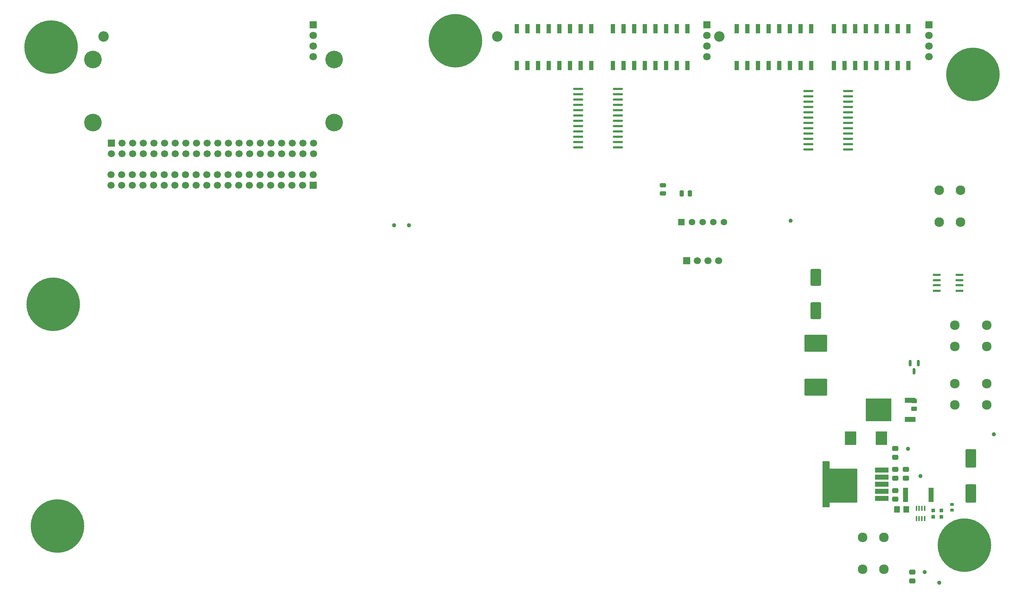
<source format=gbr>
%TF.GenerationSoftware,KiCad,Pcbnew,9.0.2*%
%TF.CreationDate,2025-06-06T12:43:53-05:00*%
%TF.ProjectId,MothBox,4d6f7468-426f-4782-9e6b-696361645f70,5.0.0*%
%TF.SameCoordinates,Original*%
%TF.FileFunction,Soldermask,Bot*%
%TF.FilePolarity,Negative*%
%FSLAX46Y46*%
G04 Gerber Fmt 4.6, Leading zero omitted, Abs format (unit mm)*
G04 Created by KiCad (PCBNEW 9.0.2) date 2025-06-06 12:43:53*
%MOMM*%
%LPD*%
G01*
G04 APERTURE LIST*
G04 Aperture macros list*
%AMRoundRect*
0 Rectangle with rounded corners*
0 $1 Rounding radius*
0 $2 $3 $4 $5 $6 $7 $8 $9 X,Y pos of 4 corners*
0 Add a 4 corners polygon primitive as box body*
4,1,4,$2,$3,$4,$5,$6,$7,$8,$9,$2,$3,0*
0 Add four circle primitives for the rounded corners*
1,1,$1+$1,$2,$3*
1,1,$1+$1,$4,$5*
1,1,$1+$1,$6,$7*
1,1,$1+$1,$8,$9*
0 Add four rect primitives between the rounded corners*
20,1,$1+$1,$2,$3,$4,$5,0*
20,1,$1+$1,$4,$5,$6,$7,0*
20,1,$1+$1,$6,$7,$8,$9,0*
20,1,$1+$1,$8,$9,$2,$3,0*%
%AMFreePoly0*
4,1,21,4.105355,5.175355,4.120000,5.140000,4.120000,-5.780000,4.105355,-5.815355,4.070000,-5.830000,2.540000,-5.830000,2.504645,-5.815355,2.490000,-5.780000,2.490000,-4.050000,-4.060000,-4.050000,-4.095355,-4.035355,-4.110000,-4.000000,-4.110000,4.000000,-4.095355,4.035355,-4.060000,4.050000,2.490000,4.050000,2.490000,5.140000,2.504645,5.175355,2.540000,5.190000,4.070000,5.190000,
4.105355,5.175355,4.105355,5.175355,$1*%
G04 Aperture macros list end*
%ADD10O,1.950000X0.570000*%
%ADD11R,2.540000X1.270000*%
%ADD12R,6.100000X5.400000*%
%ADD13C,1.000000*%
%ADD14C,4.204000*%
%ADD15C,12.800000*%
%ADD16C,2.500000*%
%ADD17C,1.800000*%
%ADD18R,1.800000X1.800000*%
%ADD19RoundRect,0.250000X1.000000X-1.750000X1.000000X1.750000X-1.000000X1.750000X-1.000000X-1.750000X0*%
%ADD20R,1.700000X1.700000*%
%ADD21C,1.700000*%
%ADD22C,2.300000*%
%ADD23RoundRect,0.250000X2.500000X-1.750000X2.500000X1.750000X-2.500000X1.750000X-2.500000X-1.750000X0*%
%ADD24O,2.390000X0.570000*%
%ADD25R,1.100000X2.200000*%
%ADD26R,1.330000X1.500000*%
%ADD27RoundRect,0.250000X0.475000X-0.337500X0.475000X0.337500X-0.475000X0.337500X-0.475000X-0.337500X0*%
%ADD28RoundRect,0.250000X-0.475000X0.337500X-0.475000X-0.337500X0.475000X-0.337500X0.475000X0.337500X0*%
%ADD29R,0.900000X0.800000*%
%ADD30RoundRect,0.250000X1.000000X-1.950000X1.000000X1.950000X-1.000000X1.950000X-1.000000X-1.950000X0*%
%ADD31RoundRect,0.150000X-0.150000X0.587500X-0.150000X-0.587500X0.150000X-0.587500X0.150000X0.587500X0*%
%ADD32RoundRect,0.250000X-0.450000X0.262500X-0.450000X-0.262500X0.450000X-0.262500X0.450000X0.262500X0*%
%ADD33R,2.700000X3.300000*%
%ADD34RoundRect,0.250000X0.250000X0.475000X-0.250000X0.475000X-0.250000X-0.475000X0.250000X-0.475000X0*%
%ADD35RoundRect,0.250000X0.475000X-0.250000X0.475000X0.250000X-0.475000X0.250000X-0.475000X-0.250000X0*%
%ADD36O,0.360000X1.250000*%
%ADD37C,1.570000*%
%ADD38R,1.570000X1.570000*%
%ADD39FreePoly0,180.000000*%
%ADD40R,3.200000X1.150000*%
%ADD41R,0.860000X0.810000*%
%ADD42R,1.280000X3.460000*%
G04 APERTURE END LIST*
D10*
%TO.C,U13*%
X146367500Y-31475671D03*
X146367500Y-30195671D03*
X146367500Y-28935671D03*
X146367500Y-27665671D03*
X151787500Y-31475671D03*
X151787500Y-30195671D03*
X151787500Y-28935671D03*
X151787500Y-27665671D03*
%TD*%
D11*
%TO.C,Q2*%
X140040000Y-57680671D03*
D12*
X132540000Y-59970671D03*
D11*
X140030000Y-62260671D03*
%TD*%
D13*
%TO.C,TP8*%
X20400000Y-15865671D03*
%TD*%
%TO.C,TP7*%
X16850000Y-15865671D03*
%TD*%
D14*
%TO.C,U18*%
X-55000000Y8734329D03*
X2500000Y8734329D03*
X-55000000Y23734329D03*
X2500000Y23734329D03*
%TD*%
D15*
%TO.C,H8*%
X-64500000Y-34765671D03*
%TD*%
%TO.C,H6*%
X-63500000Y-87765671D03*
%TD*%
%TO.C,H5*%
X153000000Y-92265671D03*
%TD*%
%TO.C,H3*%
X155000000Y20234329D03*
%TD*%
%TO.C,H2*%
X31500000Y28234329D03*
%TD*%
%TO.C,H1*%
X-65000000Y26734329D03*
%TD*%
D16*
%TO.C,A3*%
X-52500000Y29234329D03*
D17*
X-2500000Y24424329D03*
X-2500000Y26964329D03*
X-2500000Y29504329D03*
D18*
X-2500000Y32044329D03*
%TD*%
D16*
%TO.C,A2*%
X94500000Y29234329D03*
D17*
X144500000Y24424329D03*
X144500000Y26964329D03*
X144500000Y29504329D03*
D18*
X144500000Y32044329D03*
%TD*%
D16*
%TO.C,A1*%
X41500000Y29234329D03*
D17*
X91500000Y24424329D03*
X91500000Y26964329D03*
X91500000Y29504329D03*
D18*
X91500000Y32044329D03*
%TD*%
D13*
%TO.C,TP6*%
X160000000Y-65765671D03*
%TD*%
%TO.C,TP5*%
X111500000Y-14765671D03*
%TD*%
D19*
%TO.C,C4*%
X117500000Y-36265671D03*
X117500000Y-28265671D03*
%TD*%
D20*
%TO.C,U5*%
X-2500000Y-6265671D03*
D21*
X-2500000Y-3725671D03*
X-5040000Y-6265671D03*
X-5040000Y-3725671D03*
X-7580000Y-6265671D03*
X-7580000Y-3725671D03*
X-10120000Y-6265671D03*
X-10120000Y-3725671D03*
X-12660000Y-6265671D03*
X-12660000Y-3725671D03*
X-15200000Y-6265671D03*
X-15200000Y-3725671D03*
X-17740000Y-6265671D03*
X-17740000Y-3725671D03*
X-20280000Y-6265671D03*
X-20280000Y-3725671D03*
X-22820000Y-6265671D03*
X-22820000Y-3725671D03*
X-25360000Y-6265671D03*
X-25360000Y-3725671D03*
X-27900000Y-6265671D03*
X-27900000Y-3725671D03*
X-30440000Y-6265671D03*
X-30440000Y-3725671D03*
X-32980000Y-6265671D03*
X-32980000Y-3725671D03*
X-35520000Y-6265671D03*
X-35520000Y-3725671D03*
X-38060000Y-6265671D03*
X-38060000Y-3725671D03*
X-40600000Y-6265671D03*
X-40600000Y-3725671D03*
X-43140000Y-6265671D03*
X-43140000Y-3725671D03*
X-45680000Y-6265671D03*
X-45680000Y-3725671D03*
X-48220000Y-6265671D03*
X-48220000Y-3725671D03*
X-50760000Y-6265671D03*
X-50760000Y-3725671D03*
%TD*%
D20*
%TO.C,U16*%
X-50630000Y3786829D03*
D21*
X-50630000Y1246829D03*
X-48090000Y3786829D03*
X-48090000Y1246829D03*
X-45550000Y3786829D03*
X-45550000Y1246829D03*
X-43010000Y3786829D03*
X-43010000Y1246829D03*
X-40470000Y3786829D03*
X-40470000Y1246829D03*
X-37930000Y3786829D03*
X-37930000Y1246829D03*
X-35390000Y3786829D03*
X-35390000Y1246829D03*
X-32850000Y3786829D03*
X-32850000Y1246829D03*
X-30310000Y3786829D03*
X-30310000Y1246829D03*
X-27770000Y3786829D03*
X-27770000Y1246829D03*
X-25230000Y3786829D03*
X-25230000Y1246829D03*
X-22690000Y3786829D03*
X-22690000Y1246829D03*
X-20150000Y3786829D03*
X-20150000Y1246829D03*
X-17610000Y3786829D03*
X-17610000Y1246829D03*
X-15070000Y3786829D03*
X-15070000Y1246829D03*
X-12530000Y3786829D03*
X-12530000Y1246829D03*
X-9990000Y3786829D03*
X-9990000Y1246829D03*
X-7450000Y3786829D03*
X-7450000Y1246829D03*
X-4910000Y3786829D03*
X-4910000Y1246829D03*
X-2370000Y3786829D03*
X-2370000Y1246829D03*
%TD*%
D22*
%TO.C,P2*%
X150660000Y-39725671D03*
X158280000Y-39725671D03*
X150660000Y-44805671D03*
X158280000Y-44805671D03*
%TD*%
%TO.C,P3*%
X150660000Y-53725671D03*
X158280000Y-53725671D03*
X150660000Y-58805671D03*
X158280000Y-58805671D03*
%TD*%
%TO.C,P4*%
X146960000Y-15075671D03*
X146960000Y-7455671D03*
X152040000Y-15075671D03*
X152040000Y-7455671D03*
%TD*%
%TO.C,P1*%
X133780000Y-90425671D03*
X133780000Y-98045671D03*
X128700000Y-90425671D03*
X128700000Y-98045671D03*
%TD*%
D23*
%TO.C,L1*%
X117500000Y-44015671D03*
X117500000Y-54515671D03*
%TD*%
D24*
%TO.C,U9*%
X115760000Y16224329D03*
X115760000Y14954329D03*
X115760000Y13684329D03*
X115760000Y12414329D03*
X115760000Y11144329D03*
X115760000Y9864329D03*
X115760000Y8604329D03*
X115760000Y7334329D03*
X115760000Y6064329D03*
X115760000Y4794329D03*
X115760000Y3524329D03*
X115760000Y2244329D03*
X125240000Y2244329D03*
X125240000Y3524329D03*
X125240000Y4794329D03*
X125240000Y6064329D03*
X125240000Y7334329D03*
X125240000Y8604329D03*
X125240000Y9864329D03*
X125240000Y11144329D03*
X125240000Y12414329D03*
X125240000Y13684329D03*
X125240000Y14954329D03*
X125240000Y16224329D03*
%TD*%
D25*
%TO.C,U2*%
X121800000Y31134329D03*
X124340000Y31134329D03*
X126880000Y31134329D03*
X129420000Y31134329D03*
X131960000Y31134329D03*
X134500000Y31134329D03*
X137040000Y31134329D03*
X139580000Y31134329D03*
X139580000Y22334329D03*
X137040000Y22334329D03*
X134500000Y22334329D03*
X131960000Y22334329D03*
X129420000Y22334329D03*
X126880000Y22334329D03*
X124340000Y22334329D03*
X121800000Y22334329D03*
%TD*%
D13*
%TO.C,TP4*%
X142500000Y-75765671D03*
%TD*%
D26*
%TO.C,F2*%
X136860000Y-83765671D03*
X139140000Y-83765671D03*
%TD*%
D27*
%TO.C,C3*%
X136500000Y-81303171D03*
X136500000Y-79228171D03*
%TD*%
D28*
%TO.C,C2*%
X140500000Y-100840671D03*
X140500000Y-98765671D03*
%TD*%
D29*
%TO.C,C6*%
X150000000Y-83965671D03*
X150000000Y-82565671D03*
%TD*%
D28*
%TO.C,C5*%
X136500000Y-71303171D03*
X136500000Y-69228171D03*
%TD*%
D30*
%TO.C,C1*%
X154500000Y-71565671D03*
X154500000Y-79965671D03*
%TD*%
D31*
%TO.C,Q1*%
X141000000Y-50703171D03*
X141950000Y-48828171D03*
X140050000Y-48828171D03*
%TD*%
D32*
%TO.C,R1*%
X141000000Y-59678171D03*
X141000000Y-57853171D03*
%TD*%
D33*
%TO.C,E3*%
X133190000Y-66765671D03*
X125810000Y-66765671D03*
%TD*%
D25*
%TO.C,U1*%
X69110000Y22334329D03*
X71650000Y22334329D03*
X74190000Y22334329D03*
X76730000Y22334329D03*
X79270000Y22334329D03*
X81810000Y22334329D03*
X84350000Y22334329D03*
X86890000Y22334329D03*
X86890000Y31134329D03*
X84350000Y31134329D03*
X81810000Y31134329D03*
X79270000Y31134329D03*
X76730000Y31134329D03*
X74190000Y31134329D03*
X71650000Y31134329D03*
X69110000Y31134329D03*
%TD*%
D21*
%TO.C,H9*%
X94310000Y-24315671D03*
X91770000Y-24315671D03*
X89230000Y-24315671D03*
D20*
X86690000Y-24315671D03*
%TD*%
D34*
%TO.C,C17*%
X85550000Y-8265671D03*
X87450000Y-8265671D03*
%TD*%
D35*
%TO.C,C16*%
X81000000Y-6315671D03*
X81000000Y-8215671D03*
%TD*%
D13*
%TO.C,TP1*%
X147000000Y-101265671D03*
%TD*%
%TO.C,TP2*%
X143500000Y-98765671D03*
%TD*%
%TO.C,TP3*%
X139500000Y-69265671D03*
%TD*%
D36*
%TO.C,U19*%
X141520000Y-85995671D03*
X142170000Y-85995671D03*
X142820000Y-85995671D03*
X143480000Y-85995671D03*
X143480000Y-83535671D03*
X142820000Y-83535671D03*
X142170000Y-83535671D03*
X141520000Y-83535671D03*
%TD*%
D37*
%TO.C,U17*%
X95580000Y-15065671D03*
X93040000Y-15065671D03*
X90500000Y-15065671D03*
X87960000Y-15065671D03*
D38*
X85420000Y-15065671D03*
%TD*%
D24*
%TO.C,U8*%
X60760000Y16724329D03*
X60760000Y15454329D03*
X60760000Y14184329D03*
X60760000Y12914329D03*
X60760000Y11644329D03*
X60760000Y10364329D03*
X60760000Y9104329D03*
X60760000Y7834329D03*
X60760000Y6564329D03*
X60760000Y5294329D03*
X60760000Y4024329D03*
X60760000Y2744329D03*
X70240000Y2744329D03*
X70240000Y4024329D03*
X70240000Y5294329D03*
X70240000Y6564329D03*
X70240000Y7834329D03*
X70240000Y9104329D03*
X70240000Y10364329D03*
X70240000Y11644329D03*
X70240000Y12914329D03*
X70240000Y14184329D03*
X70240000Y15454329D03*
X70240000Y16724329D03*
%TD*%
D25*
%TO.C,U7*%
X46110000Y22334329D03*
X48650000Y22334329D03*
X51190000Y22334329D03*
X53730000Y22334329D03*
X56270000Y22334329D03*
X58810000Y22334329D03*
X61350000Y22334329D03*
X63890000Y22334329D03*
X63890000Y31134329D03*
X61350000Y31134329D03*
X58810000Y31134329D03*
X56270000Y31134329D03*
X53730000Y31134329D03*
X51190000Y31134329D03*
X48650000Y31134329D03*
X46110000Y31134329D03*
%TD*%
%TO.C,U6*%
X98610000Y22334329D03*
X101150000Y22334329D03*
X103690000Y22334329D03*
X106230000Y22334329D03*
X108770000Y22334329D03*
X111310000Y22334329D03*
X113850000Y22334329D03*
X116390000Y22334329D03*
X116390000Y31134329D03*
X113850000Y31134329D03*
X111310000Y31134329D03*
X108770000Y31134329D03*
X106230000Y31134329D03*
X103690000Y31134329D03*
X101150000Y31134329D03*
X98610000Y31134329D03*
%TD*%
D39*
%TO.C,U3*%
X123250000Y-78085671D03*
D40*
X133270000Y-81165671D03*
X133270000Y-79465671D03*
X133270000Y-77765671D03*
X133270000Y-76065671D03*
X133270000Y-74365671D03*
%TD*%
D41*
%TO.C,R65*%
X145500000Y-84015671D03*
X145500000Y-85515671D03*
%TD*%
%TO.C,R64*%
X147500000Y-84015671D03*
X147500000Y-85515671D03*
%TD*%
D42*
%TO.C,R63*%
X138930000Y-80265671D03*
X145070000Y-80265671D03*
%TD*%
D27*
%TO.C,R5*%
X136500000Y-74228171D03*
X136500000Y-76303171D03*
%TD*%
D28*
%TO.C,R4*%
X139000000Y-76303171D03*
X139000000Y-74228171D03*
%TD*%
M02*

</source>
